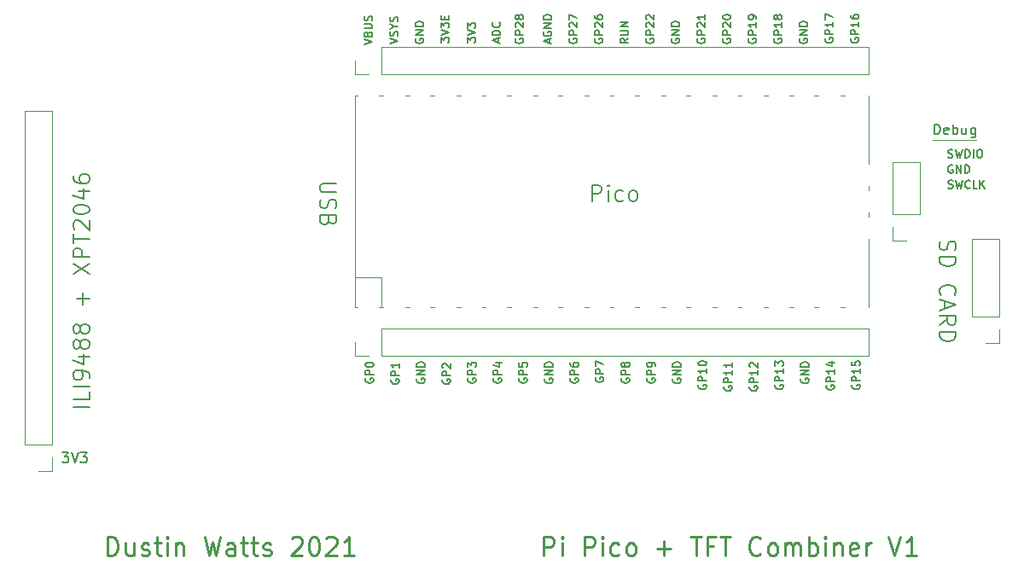
<source format=gto>
G04 #@! TF.GenerationSoftware,KiCad,Pcbnew,(5.1.6-0)*
G04 #@! TF.CreationDate,2021-05-18T08:24:55+02:00*
G04 #@! TF.ProjectId,Pico_TFT_combiner,5069636f-5f54-4465-945f-636f6d62696e,rev?*
G04 #@! TF.SameCoordinates,Original*
G04 #@! TF.FileFunction,Legend,Top*
G04 #@! TF.FilePolarity,Positive*
%FSLAX46Y46*%
G04 Gerber Fmt 4.6, Leading zero omitted, Abs format (unit mm)*
G04 Created by KiCad (PCBNEW (5.1.6-0)) date 2021-05-18 08:24:55*
%MOMM*%
%LPD*%
G01*
G04 APERTURE LIST*
%ADD10C,0.150000*%
%ADD11C,0.200000*%
%ADD12C,0.240000*%
%ADD13C,0.120000*%
G04 APERTURE END LIST*
D10*
X86201404Y-87153500D02*
X86820452Y-87153500D01*
X86487119Y-87534453D01*
X86629976Y-87534453D01*
X86725214Y-87582072D01*
X86772833Y-87629691D01*
X86820452Y-87724929D01*
X86820452Y-87963024D01*
X86772833Y-88058262D01*
X86725214Y-88105881D01*
X86629976Y-88153500D01*
X86344261Y-88153500D01*
X86249023Y-88105881D01*
X86201404Y-88058262D01*
X87106166Y-87153500D02*
X87439500Y-88153500D01*
X87772833Y-87153500D01*
X88010928Y-87153500D02*
X88629976Y-87153500D01*
X88296642Y-87534453D01*
X88439500Y-87534453D01*
X88534738Y-87582072D01*
X88582357Y-87629691D01*
X88629976Y-87724929D01*
X88629976Y-87963024D01*
X88582357Y-88058262D01*
X88534738Y-88105881D01*
X88439500Y-88153500D01*
X88153785Y-88153500D01*
X88058547Y-88105881D01*
X88010928Y-88058262D01*
D11*
X113388030Y-60421772D02*
X112092792Y-60421772D01*
X111940411Y-60497962D01*
X111864220Y-60574153D01*
X111788030Y-60726534D01*
X111788030Y-61031296D01*
X111864220Y-61183677D01*
X111940411Y-61259867D01*
X112092792Y-61336058D01*
X113388030Y-61336058D01*
X111864220Y-62021772D02*
X111788030Y-62250343D01*
X111788030Y-62631296D01*
X111864220Y-62783677D01*
X111940411Y-62859867D01*
X112092792Y-62936058D01*
X112245173Y-62936058D01*
X112397554Y-62859867D01*
X112473744Y-62783677D01*
X112549935Y-62631296D01*
X112626125Y-62326534D01*
X112702316Y-62174153D01*
X112778506Y-62097962D01*
X112930887Y-62021772D01*
X113083268Y-62021772D01*
X113235649Y-62097962D01*
X113311840Y-62174153D01*
X113388030Y-62326534D01*
X113388030Y-62707486D01*
X113311840Y-62936058D01*
X112626125Y-64155105D02*
X112549935Y-64383677D01*
X112473744Y-64459867D01*
X112321363Y-64536058D01*
X112092792Y-64536058D01*
X111940411Y-64459867D01*
X111864220Y-64383677D01*
X111788030Y-64231296D01*
X111788030Y-63621772D01*
X113388030Y-63621772D01*
X113388030Y-64155105D01*
X113311840Y-64307486D01*
X113235649Y-64383677D01*
X113083268Y-64459867D01*
X112930887Y-64459867D01*
X112778506Y-64383677D01*
X112702316Y-64307486D01*
X112626125Y-64155105D01*
X112626125Y-63621772D01*
X138760476Y-62191809D02*
X138760476Y-60591809D01*
X139370000Y-60591809D01*
X139522380Y-60668000D01*
X139598571Y-60744190D01*
X139674761Y-60896571D01*
X139674761Y-61125142D01*
X139598571Y-61277523D01*
X139522380Y-61353714D01*
X139370000Y-61429904D01*
X138760476Y-61429904D01*
X140360476Y-62191809D02*
X140360476Y-61125142D01*
X140360476Y-60591809D02*
X140284285Y-60668000D01*
X140360476Y-60744190D01*
X140436666Y-60668000D01*
X140360476Y-60591809D01*
X140360476Y-60744190D01*
X141808095Y-62115619D02*
X141655714Y-62191809D01*
X141350952Y-62191809D01*
X141198571Y-62115619D01*
X141122380Y-62039428D01*
X141046190Y-61887047D01*
X141046190Y-61429904D01*
X141122380Y-61277523D01*
X141198571Y-61201333D01*
X141350952Y-61125142D01*
X141655714Y-61125142D01*
X141808095Y-61201333D01*
X142722380Y-62191809D02*
X142570000Y-62115619D01*
X142493809Y-62039428D01*
X142417619Y-61887047D01*
X142417619Y-61429904D01*
X142493809Y-61277523D01*
X142570000Y-61201333D01*
X142722380Y-61125142D01*
X142950952Y-61125142D01*
X143103333Y-61201333D01*
X143179523Y-61277523D01*
X143255714Y-61429904D01*
X143255714Y-61887047D01*
X143179523Y-62039428D01*
X143103333Y-62115619D01*
X142950952Y-62191809D01*
X142722380Y-62191809D01*
D12*
X90698571Y-97334285D02*
X90698571Y-95534285D01*
X91127142Y-95534285D01*
X91384285Y-95620000D01*
X91555714Y-95791428D01*
X91641428Y-95962857D01*
X91727142Y-96305714D01*
X91727142Y-96562857D01*
X91641428Y-96905714D01*
X91555714Y-97077142D01*
X91384285Y-97248571D01*
X91127142Y-97334285D01*
X90698571Y-97334285D01*
X93270000Y-96134285D02*
X93270000Y-97334285D01*
X92498571Y-96134285D02*
X92498571Y-97077142D01*
X92584285Y-97248571D01*
X92755714Y-97334285D01*
X93012857Y-97334285D01*
X93184285Y-97248571D01*
X93270000Y-97162857D01*
X94041428Y-97248571D02*
X94212857Y-97334285D01*
X94555714Y-97334285D01*
X94727142Y-97248571D01*
X94812857Y-97077142D01*
X94812857Y-96991428D01*
X94727142Y-96820000D01*
X94555714Y-96734285D01*
X94298571Y-96734285D01*
X94127142Y-96648571D01*
X94041428Y-96477142D01*
X94041428Y-96391428D01*
X94127142Y-96220000D01*
X94298571Y-96134285D01*
X94555714Y-96134285D01*
X94727142Y-96220000D01*
X95327142Y-96134285D02*
X96012857Y-96134285D01*
X95584285Y-95534285D02*
X95584285Y-97077142D01*
X95670000Y-97248571D01*
X95841428Y-97334285D01*
X96012857Y-97334285D01*
X96612857Y-97334285D02*
X96612857Y-96134285D01*
X96612857Y-95534285D02*
X96527142Y-95620000D01*
X96612857Y-95705714D01*
X96698571Y-95620000D01*
X96612857Y-95534285D01*
X96612857Y-95705714D01*
X97470000Y-96134285D02*
X97470000Y-97334285D01*
X97470000Y-96305714D02*
X97555714Y-96220000D01*
X97727142Y-96134285D01*
X97984285Y-96134285D01*
X98155714Y-96220000D01*
X98241428Y-96391428D01*
X98241428Y-97334285D01*
X100298571Y-95534285D02*
X100727142Y-97334285D01*
X101070000Y-96048571D01*
X101412857Y-97334285D01*
X101841428Y-95534285D01*
X103298571Y-97334285D02*
X103298571Y-96391428D01*
X103212857Y-96220000D01*
X103041428Y-96134285D01*
X102698571Y-96134285D01*
X102527142Y-96220000D01*
X103298571Y-97248571D02*
X103127142Y-97334285D01*
X102698571Y-97334285D01*
X102527142Y-97248571D01*
X102441428Y-97077142D01*
X102441428Y-96905714D01*
X102527142Y-96734285D01*
X102698571Y-96648571D01*
X103127142Y-96648571D01*
X103298571Y-96562857D01*
X103898571Y-96134285D02*
X104584285Y-96134285D01*
X104155714Y-95534285D02*
X104155714Y-97077142D01*
X104241428Y-97248571D01*
X104412857Y-97334285D01*
X104584285Y-97334285D01*
X104927142Y-96134285D02*
X105612857Y-96134285D01*
X105184285Y-95534285D02*
X105184285Y-97077142D01*
X105270000Y-97248571D01*
X105441428Y-97334285D01*
X105612857Y-97334285D01*
X106127142Y-97248571D02*
X106298571Y-97334285D01*
X106641428Y-97334285D01*
X106812857Y-97248571D01*
X106898571Y-97077142D01*
X106898571Y-96991428D01*
X106812857Y-96820000D01*
X106641428Y-96734285D01*
X106384285Y-96734285D01*
X106212857Y-96648571D01*
X106127142Y-96477142D01*
X106127142Y-96391428D01*
X106212857Y-96220000D01*
X106384285Y-96134285D01*
X106641428Y-96134285D01*
X106812857Y-96220000D01*
X108955714Y-95705714D02*
X109041428Y-95620000D01*
X109212857Y-95534285D01*
X109641428Y-95534285D01*
X109812857Y-95620000D01*
X109898571Y-95705714D01*
X109984285Y-95877142D01*
X109984285Y-96048571D01*
X109898571Y-96305714D01*
X108870000Y-97334285D01*
X109984285Y-97334285D01*
X111098571Y-95534285D02*
X111270000Y-95534285D01*
X111441428Y-95620000D01*
X111527142Y-95705714D01*
X111612857Y-95877142D01*
X111698571Y-96220000D01*
X111698571Y-96648571D01*
X111612857Y-96991428D01*
X111527142Y-97162857D01*
X111441428Y-97248571D01*
X111270000Y-97334285D01*
X111098571Y-97334285D01*
X110927142Y-97248571D01*
X110841428Y-97162857D01*
X110755714Y-96991428D01*
X110670000Y-96648571D01*
X110670000Y-96220000D01*
X110755714Y-95877142D01*
X110841428Y-95705714D01*
X110927142Y-95620000D01*
X111098571Y-95534285D01*
X112384285Y-95705714D02*
X112470000Y-95620000D01*
X112641428Y-95534285D01*
X113070000Y-95534285D01*
X113241428Y-95620000D01*
X113327142Y-95705714D01*
X113412857Y-95877142D01*
X113412857Y-96048571D01*
X113327142Y-96305714D01*
X112298571Y-97334285D01*
X113412857Y-97334285D01*
X115127142Y-97334285D02*
X114098571Y-97334285D01*
X114612857Y-97334285D02*
X114612857Y-95534285D01*
X114441428Y-95791428D01*
X114270000Y-95962857D01*
X114098571Y-96048571D01*
X133971428Y-97334285D02*
X133971428Y-95534285D01*
X134657142Y-95534285D01*
X134828571Y-95620000D01*
X134914285Y-95705714D01*
X135000000Y-95877142D01*
X135000000Y-96134285D01*
X134914285Y-96305714D01*
X134828571Y-96391428D01*
X134657142Y-96477142D01*
X133971428Y-96477142D01*
X135771428Y-97334285D02*
X135771428Y-96134285D01*
X135771428Y-95534285D02*
X135685714Y-95620000D01*
X135771428Y-95705714D01*
X135857142Y-95620000D01*
X135771428Y-95534285D01*
X135771428Y-95705714D01*
X138000000Y-97334285D02*
X138000000Y-95534285D01*
X138685714Y-95534285D01*
X138857142Y-95620000D01*
X138942857Y-95705714D01*
X139028571Y-95877142D01*
X139028571Y-96134285D01*
X138942857Y-96305714D01*
X138857142Y-96391428D01*
X138685714Y-96477142D01*
X138000000Y-96477142D01*
X139800000Y-97334285D02*
X139800000Y-96134285D01*
X139800000Y-95534285D02*
X139714285Y-95620000D01*
X139800000Y-95705714D01*
X139885714Y-95620000D01*
X139800000Y-95534285D01*
X139800000Y-95705714D01*
X141428571Y-97248571D02*
X141257142Y-97334285D01*
X140914285Y-97334285D01*
X140742857Y-97248571D01*
X140657142Y-97162857D01*
X140571428Y-96991428D01*
X140571428Y-96477142D01*
X140657142Y-96305714D01*
X140742857Y-96220000D01*
X140914285Y-96134285D01*
X141257142Y-96134285D01*
X141428571Y-96220000D01*
X142457142Y-97334285D02*
X142285714Y-97248571D01*
X142200000Y-97162857D01*
X142114285Y-96991428D01*
X142114285Y-96477142D01*
X142200000Y-96305714D01*
X142285714Y-96220000D01*
X142457142Y-96134285D01*
X142714285Y-96134285D01*
X142885714Y-96220000D01*
X142971428Y-96305714D01*
X143057142Y-96477142D01*
X143057142Y-96991428D01*
X142971428Y-97162857D01*
X142885714Y-97248571D01*
X142714285Y-97334285D01*
X142457142Y-97334285D01*
X145200000Y-96648571D02*
X146571428Y-96648571D01*
X145885714Y-97334285D02*
X145885714Y-95962857D01*
X148542857Y-95534285D02*
X149571428Y-95534285D01*
X149057142Y-97334285D02*
X149057142Y-95534285D01*
X150771428Y-96391428D02*
X150171428Y-96391428D01*
X150171428Y-97334285D02*
X150171428Y-95534285D01*
X151028571Y-95534285D01*
X151457142Y-95534285D02*
X152485714Y-95534285D01*
X151971428Y-97334285D02*
X151971428Y-95534285D01*
X155485714Y-97162857D02*
X155400000Y-97248571D01*
X155142857Y-97334285D01*
X154971428Y-97334285D01*
X154714285Y-97248571D01*
X154542857Y-97077142D01*
X154457142Y-96905714D01*
X154371428Y-96562857D01*
X154371428Y-96305714D01*
X154457142Y-95962857D01*
X154542857Y-95791428D01*
X154714285Y-95620000D01*
X154971428Y-95534285D01*
X155142857Y-95534285D01*
X155400000Y-95620000D01*
X155485714Y-95705714D01*
X156514285Y-97334285D02*
X156342857Y-97248571D01*
X156257142Y-97162857D01*
X156171428Y-96991428D01*
X156171428Y-96477142D01*
X156257142Y-96305714D01*
X156342857Y-96220000D01*
X156514285Y-96134285D01*
X156771428Y-96134285D01*
X156942857Y-96220000D01*
X157028571Y-96305714D01*
X157114285Y-96477142D01*
X157114285Y-96991428D01*
X157028571Y-97162857D01*
X156942857Y-97248571D01*
X156771428Y-97334285D01*
X156514285Y-97334285D01*
X157885714Y-97334285D02*
X157885714Y-96134285D01*
X157885714Y-96305714D02*
X157971428Y-96220000D01*
X158142857Y-96134285D01*
X158400000Y-96134285D01*
X158571428Y-96220000D01*
X158657142Y-96391428D01*
X158657142Y-97334285D01*
X158657142Y-96391428D02*
X158742857Y-96220000D01*
X158914285Y-96134285D01*
X159171428Y-96134285D01*
X159342857Y-96220000D01*
X159428571Y-96391428D01*
X159428571Y-97334285D01*
X160285714Y-97334285D02*
X160285714Y-95534285D01*
X160285714Y-96220000D02*
X160457142Y-96134285D01*
X160800000Y-96134285D01*
X160971428Y-96220000D01*
X161057142Y-96305714D01*
X161142857Y-96477142D01*
X161142857Y-96991428D01*
X161057142Y-97162857D01*
X160971428Y-97248571D01*
X160800000Y-97334285D01*
X160457142Y-97334285D01*
X160285714Y-97248571D01*
X161914285Y-97334285D02*
X161914285Y-96134285D01*
X161914285Y-95534285D02*
X161828571Y-95620000D01*
X161914285Y-95705714D01*
X162000000Y-95620000D01*
X161914285Y-95534285D01*
X161914285Y-95705714D01*
X162771428Y-96134285D02*
X162771428Y-97334285D01*
X162771428Y-96305714D02*
X162857142Y-96220000D01*
X163028571Y-96134285D01*
X163285714Y-96134285D01*
X163457142Y-96220000D01*
X163542857Y-96391428D01*
X163542857Y-97334285D01*
X165085714Y-97248571D02*
X164914285Y-97334285D01*
X164571428Y-97334285D01*
X164400000Y-97248571D01*
X164314285Y-97077142D01*
X164314285Y-96391428D01*
X164400000Y-96220000D01*
X164571428Y-96134285D01*
X164914285Y-96134285D01*
X165085714Y-96220000D01*
X165171428Y-96391428D01*
X165171428Y-96562857D01*
X164314285Y-96734285D01*
X165942857Y-97334285D02*
X165942857Y-96134285D01*
X165942857Y-96477142D02*
X166028571Y-96305714D01*
X166114285Y-96220000D01*
X166285714Y-96134285D01*
X166457142Y-96134285D01*
X168171428Y-95534285D02*
X168771428Y-97334285D01*
X169371428Y-95534285D01*
X170914285Y-97334285D02*
X169885714Y-97334285D01*
X170400000Y-97334285D02*
X170400000Y-95534285D01*
X170228571Y-95791428D01*
X170057142Y-95962857D01*
X169885714Y-96048571D01*
D13*
X172593000Y-56134000D02*
X176911000Y-56134000D01*
D10*
X172704380Y-55570380D02*
X172704380Y-54570380D01*
X172942476Y-54570380D01*
X173085333Y-54618000D01*
X173180571Y-54713238D01*
X173228190Y-54808476D01*
X173275809Y-54998952D01*
X173275809Y-55141809D01*
X173228190Y-55332285D01*
X173180571Y-55427523D01*
X173085333Y-55522761D01*
X172942476Y-55570380D01*
X172704380Y-55570380D01*
X174085333Y-55522761D02*
X173990095Y-55570380D01*
X173799619Y-55570380D01*
X173704380Y-55522761D01*
X173656761Y-55427523D01*
X173656761Y-55046571D01*
X173704380Y-54951333D01*
X173799619Y-54903714D01*
X173990095Y-54903714D01*
X174085333Y-54951333D01*
X174132952Y-55046571D01*
X174132952Y-55141809D01*
X173656761Y-55237047D01*
X174561523Y-55570380D02*
X174561523Y-54570380D01*
X174561523Y-54951333D02*
X174656761Y-54903714D01*
X174847238Y-54903714D01*
X174942476Y-54951333D01*
X174990095Y-54998952D01*
X175037714Y-55094190D01*
X175037714Y-55379904D01*
X174990095Y-55475142D01*
X174942476Y-55522761D01*
X174847238Y-55570380D01*
X174656761Y-55570380D01*
X174561523Y-55522761D01*
X175894857Y-54903714D02*
X175894857Y-55570380D01*
X175466285Y-54903714D02*
X175466285Y-55427523D01*
X175513904Y-55522761D01*
X175609142Y-55570380D01*
X175752000Y-55570380D01*
X175847238Y-55522761D01*
X175894857Y-55475142D01*
X176799619Y-54903714D02*
X176799619Y-55713238D01*
X176752000Y-55808476D01*
X176704380Y-55856095D01*
X176609142Y-55903714D01*
X176466285Y-55903714D01*
X176371047Y-55856095D01*
X176799619Y-55522761D02*
X176704380Y-55570380D01*
X176513904Y-55570380D01*
X176418666Y-55522761D01*
X176371047Y-55475142D01*
X176323428Y-55379904D01*
X176323428Y-55094190D01*
X176371047Y-54998952D01*
X176418666Y-54951333D01*
X176513904Y-54903714D01*
X176704380Y-54903714D01*
X176799619Y-54951333D01*
D11*
X88861809Y-82624761D02*
X87261809Y-82624761D01*
X88861809Y-81100952D02*
X88861809Y-81862857D01*
X87261809Y-81862857D01*
X88861809Y-80567619D02*
X87261809Y-80567619D01*
X88861809Y-79729523D02*
X88861809Y-79424761D01*
X88785619Y-79272380D01*
X88709428Y-79196190D01*
X88480857Y-79043809D01*
X88176095Y-78967619D01*
X87566571Y-78967619D01*
X87414190Y-79043809D01*
X87338000Y-79120000D01*
X87261809Y-79272380D01*
X87261809Y-79577142D01*
X87338000Y-79729523D01*
X87414190Y-79805714D01*
X87566571Y-79881904D01*
X87947523Y-79881904D01*
X88099904Y-79805714D01*
X88176095Y-79729523D01*
X88252285Y-79577142D01*
X88252285Y-79272380D01*
X88176095Y-79120000D01*
X88099904Y-79043809D01*
X87947523Y-78967619D01*
X87795142Y-77596190D02*
X88861809Y-77596190D01*
X87185619Y-77977142D02*
X88328476Y-78358095D01*
X88328476Y-77367619D01*
X87947523Y-76529523D02*
X87871333Y-76681904D01*
X87795142Y-76758095D01*
X87642761Y-76834285D01*
X87566571Y-76834285D01*
X87414190Y-76758095D01*
X87338000Y-76681904D01*
X87261809Y-76529523D01*
X87261809Y-76224761D01*
X87338000Y-76072380D01*
X87414190Y-75996190D01*
X87566571Y-75920000D01*
X87642761Y-75920000D01*
X87795142Y-75996190D01*
X87871333Y-76072380D01*
X87947523Y-76224761D01*
X87947523Y-76529523D01*
X88023714Y-76681904D01*
X88099904Y-76758095D01*
X88252285Y-76834285D01*
X88557047Y-76834285D01*
X88709428Y-76758095D01*
X88785619Y-76681904D01*
X88861809Y-76529523D01*
X88861809Y-76224761D01*
X88785619Y-76072380D01*
X88709428Y-75996190D01*
X88557047Y-75920000D01*
X88252285Y-75920000D01*
X88099904Y-75996190D01*
X88023714Y-76072380D01*
X87947523Y-76224761D01*
X87947523Y-75005714D02*
X87871333Y-75158095D01*
X87795142Y-75234285D01*
X87642761Y-75310476D01*
X87566571Y-75310476D01*
X87414190Y-75234285D01*
X87338000Y-75158095D01*
X87261809Y-75005714D01*
X87261809Y-74700952D01*
X87338000Y-74548571D01*
X87414190Y-74472380D01*
X87566571Y-74396190D01*
X87642761Y-74396190D01*
X87795142Y-74472380D01*
X87871333Y-74548571D01*
X87947523Y-74700952D01*
X87947523Y-75005714D01*
X88023714Y-75158095D01*
X88099904Y-75234285D01*
X88252285Y-75310476D01*
X88557047Y-75310476D01*
X88709428Y-75234285D01*
X88785619Y-75158095D01*
X88861809Y-75005714D01*
X88861809Y-74700952D01*
X88785619Y-74548571D01*
X88709428Y-74472380D01*
X88557047Y-74396190D01*
X88252285Y-74396190D01*
X88099904Y-74472380D01*
X88023714Y-74548571D01*
X87947523Y-74700952D01*
X88252285Y-72491428D02*
X88252285Y-71272380D01*
X88861809Y-71881904D02*
X87642761Y-71881904D01*
X87261809Y-69443809D02*
X88861809Y-68377142D01*
X87261809Y-68377142D02*
X88861809Y-69443809D01*
X88861809Y-67767619D02*
X87261809Y-67767619D01*
X87261809Y-67158095D01*
X87338000Y-67005714D01*
X87414190Y-66929523D01*
X87566571Y-66853333D01*
X87795142Y-66853333D01*
X87947523Y-66929523D01*
X88023714Y-67005714D01*
X88099904Y-67158095D01*
X88099904Y-67767619D01*
X87261809Y-66396190D02*
X87261809Y-65481904D01*
X88861809Y-65939047D02*
X87261809Y-65939047D01*
X87414190Y-65024761D02*
X87338000Y-64948571D01*
X87261809Y-64796190D01*
X87261809Y-64415238D01*
X87338000Y-64262857D01*
X87414190Y-64186666D01*
X87566571Y-64110476D01*
X87718952Y-64110476D01*
X87947523Y-64186666D01*
X88861809Y-65100952D01*
X88861809Y-64110476D01*
X87261809Y-63120000D02*
X87261809Y-62967619D01*
X87338000Y-62815238D01*
X87414190Y-62739047D01*
X87566571Y-62662857D01*
X87871333Y-62586666D01*
X88252285Y-62586666D01*
X88557047Y-62662857D01*
X88709428Y-62739047D01*
X88785619Y-62815238D01*
X88861809Y-62967619D01*
X88861809Y-63120000D01*
X88785619Y-63272380D01*
X88709428Y-63348571D01*
X88557047Y-63424761D01*
X88252285Y-63500952D01*
X87871333Y-63500952D01*
X87566571Y-63424761D01*
X87414190Y-63348571D01*
X87338000Y-63272380D01*
X87261809Y-63120000D01*
X87795142Y-61215238D02*
X88861809Y-61215238D01*
X87185619Y-61596190D02*
X88328476Y-61977142D01*
X88328476Y-60986666D01*
X87261809Y-59691428D02*
X87261809Y-59996190D01*
X87338000Y-60148571D01*
X87414190Y-60224761D01*
X87642761Y-60377142D01*
X87947523Y-60453333D01*
X88557047Y-60453333D01*
X88709428Y-60377142D01*
X88785619Y-60300952D01*
X88861809Y-60148571D01*
X88861809Y-59843809D01*
X88785619Y-59691428D01*
X88709428Y-59615238D01*
X88557047Y-59539047D01*
X88176095Y-59539047D01*
X88023714Y-59615238D01*
X87947523Y-59691428D01*
X87871333Y-59843809D01*
X87871333Y-60148571D01*
X87947523Y-60300952D01*
X88023714Y-60377142D01*
X88176095Y-60453333D01*
X173342380Y-66167619D02*
X173266190Y-66396190D01*
X173266190Y-66777142D01*
X173342380Y-66929523D01*
X173418571Y-67005714D01*
X173570952Y-67081904D01*
X173723333Y-67081904D01*
X173875714Y-67005714D01*
X173951904Y-66929523D01*
X174028095Y-66777142D01*
X174104285Y-66472380D01*
X174180476Y-66320000D01*
X174256666Y-66243809D01*
X174409047Y-66167619D01*
X174561428Y-66167619D01*
X174713809Y-66243809D01*
X174790000Y-66320000D01*
X174866190Y-66472380D01*
X174866190Y-66853333D01*
X174790000Y-67081904D01*
X173266190Y-67767619D02*
X174866190Y-67767619D01*
X174866190Y-68148571D01*
X174790000Y-68377142D01*
X174637619Y-68529523D01*
X174485238Y-68605714D01*
X174180476Y-68681904D01*
X173951904Y-68681904D01*
X173647142Y-68605714D01*
X173494761Y-68529523D01*
X173342380Y-68377142D01*
X173266190Y-68148571D01*
X173266190Y-67767619D01*
X173418571Y-71500952D02*
X173342380Y-71424761D01*
X173266190Y-71196190D01*
X173266190Y-71043809D01*
X173342380Y-70815238D01*
X173494761Y-70662857D01*
X173647142Y-70586666D01*
X173951904Y-70510476D01*
X174180476Y-70510476D01*
X174485238Y-70586666D01*
X174637619Y-70662857D01*
X174790000Y-70815238D01*
X174866190Y-71043809D01*
X174866190Y-71196190D01*
X174790000Y-71424761D01*
X174713809Y-71500952D01*
X173723333Y-72110476D02*
X173723333Y-72872380D01*
X173266190Y-71958095D02*
X174866190Y-72491428D01*
X173266190Y-73024761D01*
X173266190Y-74472380D02*
X174028095Y-73939047D01*
X173266190Y-73558095D02*
X174866190Y-73558095D01*
X174866190Y-74167619D01*
X174790000Y-74320000D01*
X174713809Y-74396190D01*
X174561428Y-74472380D01*
X174332857Y-74472380D01*
X174180476Y-74396190D01*
X174104285Y-74320000D01*
X174028095Y-74167619D01*
X174028095Y-73558095D01*
X173266190Y-75158095D02*
X174866190Y-75158095D01*
X174866190Y-75539047D01*
X174790000Y-75767619D01*
X174637619Y-75920000D01*
X174485238Y-75996190D01*
X174180476Y-76072380D01*
X173951904Y-76072380D01*
X173647142Y-75996190D01*
X173494761Y-75920000D01*
X173342380Y-75767619D01*
X173266190Y-75539047D01*
X173266190Y-75158095D01*
D10*
X174523476Y-58655000D02*
X174447285Y-58616904D01*
X174333000Y-58616904D01*
X174218714Y-58655000D01*
X174142523Y-58731190D01*
X174104428Y-58807380D01*
X174066333Y-58959761D01*
X174066333Y-59074047D01*
X174104428Y-59226428D01*
X174142523Y-59302619D01*
X174218714Y-59378809D01*
X174333000Y-59416904D01*
X174409190Y-59416904D01*
X174523476Y-59378809D01*
X174561571Y-59340714D01*
X174561571Y-59074047D01*
X174409190Y-59074047D01*
X174904428Y-59416904D02*
X174904428Y-58616904D01*
X175361571Y-59416904D01*
X175361571Y-58616904D01*
X175742523Y-59416904D02*
X175742523Y-58616904D01*
X175933000Y-58616904D01*
X176047285Y-58655000D01*
X176123476Y-58731190D01*
X176161571Y-58807380D01*
X176199666Y-58959761D01*
X176199666Y-59074047D01*
X176161571Y-59226428D01*
X176123476Y-59302619D01*
X176047285Y-59378809D01*
X175933000Y-59416904D01*
X175742523Y-59416904D01*
D13*
X171256000Y-63500000D02*
X168596000Y-63500000D01*
X171256000Y-63500000D02*
X171256000Y-58360000D01*
X171256000Y-58360000D02*
X168596000Y-58360000D01*
X168596000Y-63500000D02*
X168596000Y-58360000D01*
X168596000Y-66100000D02*
X168596000Y-64770000D01*
X169926000Y-66100000D02*
X168596000Y-66100000D01*
X85150000Y-53280000D02*
X82490000Y-53280000D01*
X85150000Y-86360000D02*
X85150000Y-53280000D01*
X82490000Y-86360000D02*
X82490000Y-53280000D01*
X85150000Y-86360000D02*
X82490000Y-86360000D01*
X85150000Y-87630000D02*
X85150000Y-88960000D01*
X85150000Y-88960000D02*
X83820000Y-88960000D01*
X115256000Y-77530000D02*
X115256000Y-76200000D01*
X116586000Y-77530000D02*
X115256000Y-77530000D01*
X117856000Y-77530000D02*
X117856000Y-74870000D01*
X117856000Y-74870000D02*
X166176000Y-74870000D01*
X117856000Y-77530000D02*
X166176000Y-77530000D01*
X166176000Y-77530000D02*
X166176000Y-74870000D01*
X166176000Y-49590000D02*
X166176000Y-46930000D01*
X117856000Y-49590000D02*
X166176000Y-49590000D01*
X117856000Y-46930000D02*
X166176000Y-46930000D01*
X117856000Y-49590000D02*
X117856000Y-46930000D01*
X116586000Y-49590000D02*
X115256000Y-49590000D01*
X115256000Y-49590000D02*
X115256000Y-48260000D01*
X166216000Y-61130000D02*
X166216000Y-60730000D01*
X166216000Y-63730000D02*
X166216000Y-63330000D01*
X166216000Y-51730000D02*
X166216000Y-58530000D01*
X155816000Y-51730000D02*
X156216000Y-51730000D01*
X148116000Y-51730000D02*
X148516000Y-51730000D01*
X122716000Y-51730000D02*
X123116000Y-51730000D01*
X115216000Y-51730000D02*
X115516000Y-51730000D01*
X138016000Y-51730000D02*
X138416000Y-51730000D01*
X153216000Y-51730000D02*
X153616000Y-51730000D01*
X132916000Y-51730000D02*
X133316000Y-51730000D01*
X127816000Y-51730000D02*
X128216000Y-51730000D01*
X140516000Y-51730000D02*
X140916000Y-51730000D01*
X145616000Y-51730000D02*
X146016000Y-51730000D01*
X160816000Y-51730000D02*
X161216000Y-51730000D01*
X163416000Y-51730000D02*
X163816000Y-51730000D01*
X158316000Y-51730000D02*
X158716000Y-51730000D01*
X125316000Y-51730000D02*
X125716000Y-51730000D01*
X117616000Y-51730000D02*
X118016000Y-51730000D01*
X120216000Y-51730000D02*
X120616000Y-51730000D01*
X150716000Y-51730000D02*
X151116000Y-51730000D01*
X143016000Y-51730000D02*
X143416000Y-51730000D01*
X135416000Y-51730000D02*
X135816000Y-51730000D01*
X130316000Y-51730000D02*
X130716000Y-51730000D01*
X163416000Y-72730000D02*
X163816000Y-72730000D01*
X160816000Y-72730000D02*
X161216000Y-72730000D01*
X158316000Y-72730000D02*
X158716000Y-72730000D01*
X155816000Y-72730000D02*
X156216000Y-72730000D01*
X153216000Y-72730000D02*
X153616000Y-72730000D01*
X150716000Y-72730000D02*
X151116000Y-72730000D01*
X148116000Y-72730000D02*
X148516000Y-72730000D01*
X145616000Y-72730000D02*
X146016000Y-72730000D01*
X143016000Y-72730000D02*
X143416000Y-72730000D01*
X140516000Y-72730000D02*
X140916000Y-72730000D01*
X138016000Y-72730000D02*
X138416000Y-72730000D01*
X135416000Y-72730000D02*
X135816000Y-72730000D01*
X132916000Y-72730000D02*
X133316000Y-72730000D01*
X130316000Y-72730000D02*
X130716000Y-72730000D01*
X127816000Y-72730000D02*
X128216000Y-72730000D01*
X125316000Y-72730000D02*
X125716000Y-72730000D01*
X122716000Y-72730000D02*
X123116000Y-72730000D01*
X120216000Y-72730000D02*
X120616000Y-72730000D01*
X117616000Y-72730000D02*
X118016000Y-72730000D01*
X115216000Y-72730000D02*
X115516000Y-72730000D01*
X117883000Y-69723000D02*
X115216000Y-69723000D01*
X117883000Y-72730000D02*
X117883000Y-69723000D01*
X166216000Y-65930000D02*
X166216000Y-72730000D01*
X115216000Y-72730000D02*
X115216000Y-51730000D01*
X179130000Y-76260000D02*
X177800000Y-76260000D01*
X179130000Y-74930000D02*
X179130000Y-76260000D01*
X179130000Y-73660000D02*
X176470000Y-73660000D01*
X176470000Y-73660000D02*
X176470000Y-65980000D01*
X179130000Y-73660000D02*
X179130000Y-65980000D01*
X179130000Y-65980000D02*
X176470000Y-65980000D01*
D10*
X118843000Y-79892428D02*
X118804904Y-79968619D01*
X118804904Y-80082904D01*
X118843000Y-80197190D01*
X118919190Y-80273380D01*
X118995380Y-80311476D01*
X119147761Y-80349571D01*
X119262047Y-80349571D01*
X119414428Y-80311476D01*
X119490619Y-80273380D01*
X119566809Y-80197190D01*
X119604904Y-80082904D01*
X119604904Y-80006714D01*
X119566809Y-79892428D01*
X119528714Y-79854333D01*
X119262047Y-79854333D01*
X119262047Y-80006714D01*
X119604904Y-79511476D02*
X118804904Y-79511476D01*
X118804904Y-79206714D01*
X118843000Y-79130523D01*
X118881095Y-79092428D01*
X118957285Y-79054333D01*
X119071571Y-79054333D01*
X119147761Y-79092428D01*
X119185857Y-79130523D01*
X119223952Y-79206714D01*
X119223952Y-79511476D01*
X119604904Y-78292428D02*
X119604904Y-78749571D01*
X119604904Y-78521000D02*
X118804904Y-78521000D01*
X118919190Y-78597190D01*
X118995380Y-78673380D01*
X119033476Y-78749571D01*
X123933000Y-79892428D02*
X123894904Y-79968619D01*
X123894904Y-80082904D01*
X123933000Y-80197190D01*
X124009190Y-80273380D01*
X124085380Y-80311476D01*
X124237761Y-80349571D01*
X124352047Y-80349571D01*
X124504428Y-80311476D01*
X124580619Y-80273380D01*
X124656809Y-80197190D01*
X124694904Y-80082904D01*
X124694904Y-80006714D01*
X124656809Y-79892428D01*
X124618714Y-79854333D01*
X124352047Y-79854333D01*
X124352047Y-80006714D01*
X124694904Y-79511476D02*
X123894904Y-79511476D01*
X123894904Y-79206714D01*
X123933000Y-79130523D01*
X123971095Y-79092428D01*
X124047285Y-79054333D01*
X124161571Y-79054333D01*
X124237761Y-79092428D01*
X124275857Y-79130523D01*
X124313952Y-79206714D01*
X124313952Y-79511476D01*
X123971095Y-78749571D02*
X123933000Y-78711476D01*
X123894904Y-78635285D01*
X123894904Y-78444809D01*
X123933000Y-78368619D01*
X123971095Y-78330523D01*
X124047285Y-78292428D01*
X124123476Y-78292428D01*
X124237761Y-78330523D01*
X124694904Y-78787666D01*
X124694904Y-78292428D01*
X116313000Y-79792428D02*
X116274904Y-79868619D01*
X116274904Y-79982904D01*
X116313000Y-80097190D01*
X116389190Y-80173380D01*
X116465380Y-80211476D01*
X116617761Y-80249571D01*
X116732047Y-80249571D01*
X116884428Y-80211476D01*
X116960619Y-80173380D01*
X117036809Y-80097190D01*
X117074904Y-79982904D01*
X117074904Y-79906714D01*
X117036809Y-79792428D01*
X116998714Y-79754333D01*
X116732047Y-79754333D01*
X116732047Y-79906714D01*
X117074904Y-79411476D02*
X116274904Y-79411476D01*
X116274904Y-79106714D01*
X116313000Y-79030523D01*
X116351095Y-78992428D01*
X116427285Y-78954333D01*
X116541571Y-78954333D01*
X116617761Y-78992428D01*
X116655857Y-79030523D01*
X116693952Y-79106714D01*
X116693952Y-79411476D01*
X116274904Y-78459095D02*
X116274904Y-78382904D01*
X116313000Y-78306714D01*
X116351095Y-78268619D01*
X116427285Y-78230523D01*
X116579666Y-78192428D01*
X116770142Y-78192428D01*
X116922523Y-78230523D01*
X116998714Y-78268619D01*
X117036809Y-78306714D01*
X117074904Y-78382904D01*
X117074904Y-78459095D01*
X117036809Y-78535285D01*
X116998714Y-78573380D01*
X116922523Y-78611476D01*
X116770142Y-78649571D01*
X116579666Y-78649571D01*
X116427285Y-78611476D01*
X116351095Y-78573380D01*
X116313000Y-78535285D01*
X116274904Y-78459095D01*
X126473000Y-79792428D02*
X126434904Y-79868619D01*
X126434904Y-79982904D01*
X126473000Y-80097190D01*
X126549190Y-80173380D01*
X126625380Y-80211476D01*
X126777761Y-80249571D01*
X126892047Y-80249571D01*
X127044428Y-80211476D01*
X127120619Y-80173380D01*
X127196809Y-80097190D01*
X127234904Y-79982904D01*
X127234904Y-79906714D01*
X127196809Y-79792428D01*
X127158714Y-79754333D01*
X126892047Y-79754333D01*
X126892047Y-79906714D01*
X127234904Y-79411476D02*
X126434904Y-79411476D01*
X126434904Y-79106714D01*
X126473000Y-79030523D01*
X126511095Y-78992428D01*
X126587285Y-78954333D01*
X126701571Y-78954333D01*
X126777761Y-78992428D01*
X126815857Y-79030523D01*
X126853952Y-79106714D01*
X126853952Y-79411476D01*
X126434904Y-78687666D02*
X126434904Y-78192428D01*
X126739666Y-78459095D01*
X126739666Y-78344809D01*
X126777761Y-78268619D01*
X126815857Y-78230523D01*
X126892047Y-78192428D01*
X127082523Y-78192428D01*
X127158714Y-78230523D01*
X127196809Y-78268619D01*
X127234904Y-78344809D01*
X127234904Y-78573380D01*
X127196809Y-78649571D01*
X127158714Y-78687666D01*
X129013000Y-79792428D02*
X128974904Y-79868619D01*
X128974904Y-79982904D01*
X129013000Y-80097190D01*
X129089190Y-80173380D01*
X129165380Y-80211476D01*
X129317761Y-80249571D01*
X129432047Y-80249571D01*
X129584428Y-80211476D01*
X129660619Y-80173380D01*
X129736809Y-80097190D01*
X129774904Y-79982904D01*
X129774904Y-79906714D01*
X129736809Y-79792428D01*
X129698714Y-79754333D01*
X129432047Y-79754333D01*
X129432047Y-79906714D01*
X129774904Y-79411476D02*
X128974904Y-79411476D01*
X128974904Y-79106714D01*
X129013000Y-79030523D01*
X129051095Y-78992428D01*
X129127285Y-78954333D01*
X129241571Y-78954333D01*
X129317761Y-78992428D01*
X129355857Y-79030523D01*
X129393952Y-79106714D01*
X129393952Y-79411476D01*
X129241571Y-78268619D02*
X129774904Y-78268619D01*
X128936809Y-78459095D02*
X129508238Y-78649571D01*
X129508238Y-78154333D01*
X131553000Y-79792428D02*
X131514904Y-79868619D01*
X131514904Y-79982904D01*
X131553000Y-80097190D01*
X131629190Y-80173380D01*
X131705380Y-80211476D01*
X131857761Y-80249571D01*
X131972047Y-80249571D01*
X132124428Y-80211476D01*
X132200619Y-80173380D01*
X132276809Y-80097190D01*
X132314904Y-79982904D01*
X132314904Y-79906714D01*
X132276809Y-79792428D01*
X132238714Y-79754333D01*
X131972047Y-79754333D01*
X131972047Y-79906714D01*
X132314904Y-79411476D02*
X131514904Y-79411476D01*
X131514904Y-79106714D01*
X131553000Y-79030523D01*
X131591095Y-78992428D01*
X131667285Y-78954333D01*
X131781571Y-78954333D01*
X131857761Y-78992428D01*
X131895857Y-79030523D01*
X131933952Y-79106714D01*
X131933952Y-79411476D01*
X131514904Y-78230523D02*
X131514904Y-78611476D01*
X131895857Y-78649571D01*
X131857761Y-78611476D01*
X131819666Y-78535285D01*
X131819666Y-78344809D01*
X131857761Y-78268619D01*
X131895857Y-78230523D01*
X131972047Y-78192428D01*
X132162523Y-78192428D01*
X132238714Y-78230523D01*
X132276809Y-78268619D01*
X132314904Y-78344809D01*
X132314904Y-78535285D01*
X132276809Y-78611476D01*
X132238714Y-78649571D01*
X136633000Y-79792428D02*
X136594904Y-79868619D01*
X136594904Y-79982904D01*
X136633000Y-80097190D01*
X136709190Y-80173380D01*
X136785380Y-80211476D01*
X136937761Y-80249571D01*
X137052047Y-80249571D01*
X137204428Y-80211476D01*
X137280619Y-80173380D01*
X137356809Y-80097190D01*
X137394904Y-79982904D01*
X137394904Y-79906714D01*
X137356809Y-79792428D01*
X137318714Y-79754333D01*
X137052047Y-79754333D01*
X137052047Y-79906714D01*
X137394904Y-79411476D02*
X136594904Y-79411476D01*
X136594904Y-79106714D01*
X136633000Y-79030523D01*
X136671095Y-78992428D01*
X136747285Y-78954333D01*
X136861571Y-78954333D01*
X136937761Y-78992428D01*
X136975857Y-79030523D01*
X137013952Y-79106714D01*
X137013952Y-79411476D01*
X136594904Y-78268619D02*
X136594904Y-78421000D01*
X136633000Y-78497190D01*
X136671095Y-78535285D01*
X136785380Y-78611476D01*
X136937761Y-78649571D01*
X137242523Y-78649571D01*
X137318714Y-78611476D01*
X137356809Y-78573380D01*
X137394904Y-78497190D01*
X137394904Y-78344809D01*
X137356809Y-78268619D01*
X137318714Y-78230523D01*
X137242523Y-78192428D01*
X137052047Y-78192428D01*
X136975857Y-78230523D01*
X136937761Y-78268619D01*
X136899666Y-78344809D01*
X136899666Y-78497190D01*
X136937761Y-78573380D01*
X136975857Y-78611476D01*
X137052047Y-78649571D01*
X139143000Y-79692428D02*
X139104904Y-79768619D01*
X139104904Y-79882904D01*
X139143000Y-79997190D01*
X139219190Y-80073380D01*
X139295380Y-80111476D01*
X139447761Y-80149571D01*
X139562047Y-80149571D01*
X139714428Y-80111476D01*
X139790619Y-80073380D01*
X139866809Y-79997190D01*
X139904904Y-79882904D01*
X139904904Y-79806714D01*
X139866809Y-79692428D01*
X139828714Y-79654333D01*
X139562047Y-79654333D01*
X139562047Y-79806714D01*
X139904904Y-79311476D02*
X139104904Y-79311476D01*
X139104904Y-79006714D01*
X139143000Y-78930523D01*
X139181095Y-78892428D01*
X139257285Y-78854333D01*
X139371571Y-78854333D01*
X139447761Y-78892428D01*
X139485857Y-78930523D01*
X139523952Y-79006714D01*
X139523952Y-79311476D01*
X139104904Y-78587666D02*
X139104904Y-78054333D01*
X139904904Y-78397190D01*
X141713000Y-79792428D02*
X141674904Y-79868619D01*
X141674904Y-79982904D01*
X141713000Y-80097190D01*
X141789190Y-80173380D01*
X141865380Y-80211476D01*
X142017761Y-80249571D01*
X142132047Y-80249571D01*
X142284428Y-80211476D01*
X142360619Y-80173380D01*
X142436809Y-80097190D01*
X142474904Y-79982904D01*
X142474904Y-79906714D01*
X142436809Y-79792428D01*
X142398714Y-79754333D01*
X142132047Y-79754333D01*
X142132047Y-79906714D01*
X142474904Y-79411476D02*
X141674904Y-79411476D01*
X141674904Y-79106714D01*
X141713000Y-79030523D01*
X141751095Y-78992428D01*
X141827285Y-78954333D01*
X141941571Y-78954333D01*
X142017761Y-78992428D01*
X142055857Y-79030523D01*
X142093952Y-79106714D01*
X142093952Y-79411476D01*
X142017761Y-78497190D02*
X141979666Y-78573380D01*
X141941571Y-78611476D01*
X141865380Y-78649571D01*
X141827285Y-78649571D01*
X141751095Y-78611476D01*
X141713000Y-78573380D01*
X141674904Y-78497190D01*
X141674904Y-78344809D01*
X141713000Y-78268619D01*
X141751095Y-78230523D01*
X141827285Y-78192428D01*
X141865380Y-78192428D01*
X141941571Y-78230523D01*
X141979666Y-78268619D01*
X142017761Y-78344809D01*
X142017761Y-78497190D01*
X142055857Y-78573380D01*
X142093952Y-78611476D01*
X142170142Y-78649571D01*
X142322523Y-78649571D01*
X142398714Y-78611476D01*
X142436809Y-78573380D01*
X142474904Y-78497190D01*
X142474904Y-78344809D01*
X142436809Y-78268619D01*
X142398714Y-78230523D01*
X142322523Y-78192428D01*
X142170142Y-78192428D01*
X142093952Y-78230523D01*
X142055857Y-78268619D01*
X142017761Y-78344809D01*
X144253000Y-79792428D02*
X144214904Y-79868619D01*
X144214904Y-79982904D01*
X144253000Y-80097190D01*
X144329190Y-80173380D01*
X144405380Y-80211476D01*
X144557761Y-80249571D01*
X144672047Y-80249571D01*
X144824428Y-80211476D01*
X144900619Y-80173380D01*
X144976809Y-80097190D01*
X145014904Y-79982904D01*
X145014904Y-79906714D01*
X144976809Y-79792428D01*
X144938714Y-79754333D01*
X144672047Y-79754333D01*
X144672047Y-79906714D01*
X145014904Y-79411476D02*
X144214904Y-79411476D01*
X144214904Y-79106714D01*
X144253000Y-79030523D01*
X144291095Y-78992428D01*
X144367285Y-78954333D01*
X144481571Y-78954333D01*
X144557761Y-78992428D01*
X144595857Y-79030523D01*
X144633952Y-79106714D01*
X144633952Y-79411476D01*
X145014904Y-78573380D02*
X145014904Y-78421000D01*
X144976809Y-78344809D01*
X144938714Y-78306714D01*
X144824428Y-78230523D01*
X144672047Y-78192428D01*
X144367285Y-78192428D01*
X144291095Y-78230523D01*
X144253000Y-78268619D01*
X144214904Y-78344809D01*
X144214904Y-78497190D01*
X144253000Y-78573380D01*
X144291095Y-78611476D01*
X144367285Y-78649571D01*
X144557761Y-78649571D01*
X144633952Y-78611476D01*
X144672047Y-78573380D01*
X144710142Y-78497190D01*
X144710142Y-78344809D01*
X144672047Y-78268619D01*
X144633952Y-78230523D01*
X144557761Y-78192428D01*
X149333000Y-80427380D02*
X149294904Y-80503571D01*
X149294904Y-80617857D01*
X149333000Y-80732142D01*
X149409190Y-80808333D01*
X149485380Y-80846428D01*
X149637761Y-80884523D01*
X149752047Y-80884523D01*
X149904428Y-80846428D01*
X149980619Y-80808333D01*
X150056809Y-80732142D01*
X150094904Y-80617857D01*
X150094904Y-80541666D01*
X150056809Y-80427380D01*
X150018714Y-80389285D01*
X149752047Y-80389285D01*
X149752047Y-80541666D01*
X150094904Y-80046428D02*
X149294904Y-80046428D01*
X149294904Y-79741666D01*
X149333000Y-79665476D01*
X149371095Y-79627380D01*
X149447285Y-79589285D01*
X149561571Y-79589285D01*
X149637761Y-79627380D01*
X149675857Y-79665476D01*
X149713952Y-79741666D01*
X149713952Y-80046428D01*
X150094904Y-78827380D02*
X150094904Y-79284523D01*
X150094904Y-79055952D02*
X149294904Y-79055952D01*
X149409190Y-79132142D01*
X149485380Y-79208333D01*
X149523476Y-79284523D01*
X149294904Y-78332142D02*
X149294904Y-78255952D01*
X149333000Y-78179761D01*
X149371095Y-78141666D01*
X149447285Y-78103571D01*
X149599666Y-78065476D01*
X149790142Y-78065476D01*
X149942523Y-78103571D01*
X150018714Y-78141666D01*
X150056809Y-78179761D01*
X150094904Y-78255952D01*
X150094904Y-78332142D01*
X150056809Y-78408333D01*
X150018714Y-78446428D01*
X149942523Y-78484523D01*
X149790142Y-78522619D01*
X149599666Y-78522619D01*
X149447285Y-78484523D01*
X149371095Y-78446428D01*
X149333000Y-78408333D01*
X149294904Y-78332142D01*
X151873000Y-80573380D02*
X151834904Y-80649571D01*
X151834904Y-80763857D01*
X151873000Y-80878142D01*
X151949190Y-80954333D01*
X152025380Y-80992428D01*
X152177761Y-81030523D01*
X152292047Y-81030523D01*
X152444428Y-80992428D01*
X152520619Y-80954333D01*
X152596809Y-80878142D01*
X152634904Y-80763857D01*
X152634904Y-80687666D01*
X152596809Y-80573380D01*
X152558714Y-80535285D01*
X152292047Y-80535285D01*
X152292047Y-80687666D01*
X152634904Y-80192428D02*
X151834904Y-80192428D01*
X151834904Y-79887666D01*
X151873000Y-79811476D01*
X151911095Y-79773380D01*
X151987285Y-79735285D01*
X152101571Y-79735285D01*
X152177761Y-79773380D01*
X152215857Y-79811476D01*
X152253952Y-79887666D01*
X152253952Y-80192428D01*
X152634904Y-78973380D02*
X152634904Y-79430523D01*
X152634904Y-79201952D02*
X151834904Y-79201952D01*
X151949190Y-79278142D01*
X152025380Y-79354333D01*
X152063476Y-79430523D01*
X152634904Y-78211476D02*
X152634904Y-78668619D01*
X152634904Y-78440047D02*
X151834904Y-78440047D01*
X151949190Y-78516238D01*
X152025380Y-78592428D01*
X152063476Y-78668619D01*
X154413000Y-80573380D02*
X154374904Y-80649571D01*
X154374904Y-80763857D01*
X154413000Y-80878142D01*
X154489190Y-80954333D01*
X154565380Y-80992428D01*
X154717761Y-81030523D01*
X154832047Y-81030523D01*
X154984428Y-80992428D01*
X155060619Y-80954333D01*
X155136809Y-80878142D01*
X155174904Y-80763857D01*
X155174904Y-80687666D01*
X155136809Y-80573380D01*
X155098714Y-80535285D01*
X154832047Y-80535285D01*
X154832047Y-80687666D01*
X155174904Y-80192428D02*
X154374904Y-80192428D01*
X154374904Y-79887666D01*
X154413000Y-79811476D01*
X154451095Y-79773380D01*
X154527285Y-79735285D01*
X154641571Y-79735285D01*
X154717761Y-79773380D01*
X154755857Y-79811476D01*
X154793952Y-79887666D01*
X154793952Y-80192428D01*
X155174904Y-78973380D02*
X155174904Y-79430523D01*
X155174904Y-79201952D02*
X154374904Y-79201952D01*
X154489190Y-79278142D01*
X154565380Y-79354333D01*
X154603476Y-79430523D01*
X154451095Y-78668619D02*
X154413000Y-78630523D01*
X154374904Y-78554333D01*
X154374904Y-78363857D01*
X154413000Y-78287666D01*
X154451095Y-78249571D01*
X154527285Y-78211476D01*
X154603476Y-78211476D01*
X154717761Y-78249571D01*
X155174904Y-78706714D01*
X155174904Y-78211476D01*
X156953000Y-80427380D02*
X156914904Y-80503571D01*
X156914904Y-80617857D01*
X156953000Y-80732142D01*
X157029190Y-80808333D01*
X157105380Y-80846428D01*
X157257761Y-80884523D01*
X157372047Y-80884523D01*
X157524428Y-80846428D01*
X157600619Y-80808333D01*
X157676809Y-80732142D01*
X157714904Y-80617857D01*
X157714904Y-80541666D01*
X157676809Y-80427380D01*
X157638714Y-80389285D01*
X157372047Y-80389285D01*
X157372047Y-80541666D01*
X157714904Y-80046428D02*
X156914904Y-80046428D01*
X156914904Y-79741666D01*
X156953000Y-79665476D01*
X156991095Y-79627380D01*
X157067285Y-79589285D01*
X157181571Y-79589285D01*
X157257761Y-79627380D01*
X157295857Y-79665476D01*
X157333952Y-79741666D01*
X157333952Y-80046428D01*
X157714904Y-78827380D02*
X157714904Y-79284523D01*
X157714904Y-79055952D02*
X156914904Y-79055952D01*
X157029190Y-79132142D01*
X157105380Y-79208333D01*
X157143476Y-79284523D01*
X156914904Y-78560714D02*
X156914904Y-78065476D01*
X157219666Y-78332142D01*
X157219666Y-78217857D01*
X157257761Y-78141666D01*
X157295857Y-78103571D01*
X157372047Y-78065476D01*
X157562523Y-78065476D01*
X157638714Y-78103571D01*
X157676809Y-78141666D01*
X157714904Y-78217857D01*
X157714904Y-78446428D01*
X157676809Y-78522619D01*
X157638714Y-78560714D01*
X162033000Y-80473380D02*
X161994904Y-80549571D01*
X161994904Y-80663857D01*
X162033000Y-80778142D01*
X162109190Y-80854333D01*
X162185380Y-80892428D01*
X162337761Y-80930523D01*
X162452047Y-80930523D01*
X162604428Y-80892428D01*
X162680619Y-80854333D01*
X162756809Y-80778142D01*
X162794904Y-80663857D01*
X162794904Y-80587666D01*
X162756809Y-80473380D01*
X162718714Y-80435285D01*
X162452047Y-80435285D01*
X162452047Y-80587666D01*
X162794904Y-80092428D02*
X161994904Y-80092428D01*
X161994904Y-79787666D01*
X162033000Y-79711476D01*
X162071095Y-79673380D01*
X162147285Y-79635285D01*
X162261571Y-79635285D01*
X162337761Y-79673380D01*
X162375857Y-79711476D01*
X162413952Y-79787666D01*
X162413952Y-80092428D01*
X162794904Y-78873380D02*
X162794904Y-79330523D01*
X162794904Y-79101952D02*
X161994904Y-79101952D01*
X162109190Y-79178142D01*
X162185380Y-79254333D01*
X162223476Y-79330523D01*
X162261571Y-78187666D02*
X162794904Y-78187666D01*
X161956809Y-78378142D02*
X162528238Y-78568619D01*
X162528238Y-78073380D01*
X164573000Y-80427380D02*
X164534904Y-80503571D01*
X164534904Y-80617857D01*
X164573000Y-80732142D01*
X164649190Y-80808333D01*
X164725380Y-80846428D01*
X164877761Y-80884523D01*
X164992047Y-80884523D01*
X165144428Y-80846428D01*
X165220619Y-80808333D01*
X165296809Y-80732142D01*
X165334904Y-80617857D01*
X165334904Y-80541666D01*
X165296809Y-80427380D01*
X165258714Y-80389285D01*
X164992047Y-80389285D01*
X164992047Y-80541666D01*
X165334904Y-80046428D02*
X164534904Y-80046428D01*
X164534904Y-79741666D01*
X164573000Y-79665476D01*
X164611095Y-79627380D01*
X164687285Y-79589285D01*
X164801571Y-79589285D01*
X164877761Y-79627380D01*
X164915857Y-79665476D01*
X164953952Y-79741666D01*
X164953952Y-80046428D01*
X165334904Y-78827380D02*
X165334904Y-79284523D01*
X165334904Y-79055952D02*
X164534904Y-79055952D01*
X164649190Y-79132142D01*
X164725380Y-79208333D01*
X164763476Y-79284523D01*
X164534904Y-78103571D02*
X164534904Y-78484523D01*
X164915857Y-78522619D01*
X164877761Y-78484523D01*
X164839666Y-78408333D01*
X164839666Y-78217857D01*
X164877761Y-78141666D01*
X164915857Y-78103571D01*
X164992047Y-78065476D01*
X165182523Y-78065476D01*
X165258714Y-78103571D01*
X165296809Y-78141666D01*
X165334904Y-78217857D01*
X165334904Y-78408333D01*
X165296809Y-78484523D01*
X165258714Y-78522619D01*
X164446000Y-46037380D02*
X164407904Y-46113571D01*
X164407904Y-46227857D01*
X164446000Y-46342142D01*
X164522190Y-46418333D01*
X164598380Y-46456428D01*
X164750761Y-46494523D01*
X164865047Y-46494523D01*
X165017428Y-46456428D01*
X165093619Y-46418333D01*
X165169809Y-46342142D01*
X165207904Y-46227857D01*
X165207904Y-46151666D01*
X165169809Y-46037380D01*
X165131714Y-45999285D01*
X164865047Y-45999285D01*
X164865047Y-46151666D01*
X165207904Y-45656428D02*
X164407904Y-45656428D01*
X164407904Y-45351666D01*
X164446000Y-45275476D01*
X164484095Y-45237380D01*
X164560285Y-45199285D01*
X164674571Y-45199285D01*
X164750761Y-45237380D01*
X164788857Y-45275476D01*
X164826952Y-45351666D01*
X164826952Y-45656428D01*
X165207904Y-44437380D02*
X165207904Y-44894523D01*
X165207904Y-44665952D02*
X164407904Y-44665952D01*
X164522190Y-44742142D01*
X164598380Y-44818333D01*
X164636476Y-44894523D01*
X164407904Y-43751666D02*
X164407904Y-43904047D01*
X164446000Y-43980238D01*
X164484095Y-44018333D01*
X164598380Y-44094523D01*
X164750761Y-44132619D01*
X165055523Y-44132619D01*
X165131714Y-44094523D01*
X165169809Y-44056428D01*
X165207904Y-43980238D01*
X165207904Y-43827857D01*
X165169809Y-43751666D01*
X165131714Y-43713571D01*
X165055523Y-43675476D01*
X164865047Y-43675476D01*
X164788857Y-43713571D01*
X164750761Y-43751666D01*
X164712666Y-43827857D01*
X164712666Y-43980238D01*
X164750761Y-44056428D01*
X164788857Y-44094523D01*
X164865047Y-44132619D01*
X161906000Y-46037380D02*
X161867904Y-46113571D01*
X161867904Y-46227857D01*
X161906000Y-46342142D01*
X161982190Y-46418333D01*
X162058380Y-46456428D01*
X162210761Y-46494523D01*
X162325047Y-46494523D01*
X162477428Y-46456428D01*
X162553619Y-46418333D01*
X162629809Y-46342142D01*
X162667904Y-46227857D01*
X162667904Y-46151666D01*
X162629809Y-46037380D01*
X162591714Y-45999285D01*
X162325047Y-45999285D01*
X162325047Y-46151666D01*
X162667904Y-45656428D02*
X161867904Y-45656428D01*
X161867904Y-45351666D01*
X161906000Y-45275476D01*
X161944095Y-45237380D01*
X162020285Y-45199285D01*
X162134571Y-45199285D01*
X162210761Y-45237380D01*
X162248857Y-45275476D01*
X162286952Y-45351666D01*
X162286952Y-45656428D01*
X162667904Y-44437380D02*
X162667904Y-44894523D01*
X162667904Y-44665952D02*
X161867904Y-44665952D01*
X161982190Y-44742142D01*
X162058380Y-44818333D01*
X162096476Y-44894523D01*
X161867904Y-44170714D02*
X161867904Y-43637380D01*
X162667904Y-43980238D01*
X156826000Y-46064380D02*
X156787904Y-46140571D01*
X156787904Y-46254857D01*
X156826000Y-46369142D01*
X156902190Y-46445333D01*
X156978380Y-46483428D01*
X157130761Y-46521523D01*
X157245047Y-46521523D01*
X157397428Y-46483428D01*
X157473619Y-46445333D01*
X157549809Y-46369142D01*
X157587904Y-46254857D01*
X157587904Y-46178666D01*
X157549809Y-46064380D01*
X157511714Y-46026285D01*
X157245047Y-46026285D01*
X157245047Y-46178666D01*
X157587904Y-45683428D02*
X156787904Y-45683428D01*
X156787904Y-45378666D01*
X156826000Y-45302476D01*
X156864095Y-45264380D01*
X156940285Y-45226285D01*
X157054571Y-45226285D01*
X157130761Y-45264380D01*
X157168857Y-45302476D01*
X157206952Y-45378666D01*
X157206952Y-45683428D01*
X157587904Y-44464380D02*
X157587904Y-44921523D01*
X157587904Y-44692952D02*
X156787904Y-44692952D01*
X156902190Y-44769142D01*
X156978380Y-44845333D01*
X157016476Y-44921523D01*
X157130761Y-44007238D02*
X157092666Y-44083428D01*
X157054571Y-44121523D01*
X156978380Y-44159619D01*
X156940285Y-44159619D01*
X156864095Y-44121523D01*
X156826000Y-44083428D01*
X156787904Y-44007238D01*
X156787904Y-43854857D01*
X156826000Y-43778666D01*
X156864095Y-43740571D01*
X156940285Y-43702476D01*
X156978380Y-43702476D01*
X157054571Y-43740571D01*
X157092666Y-43778666D01*
X157130761Y-43854857D01*
X157130761Y-44007238D01*
X157168857Y-44083428D01*
X157206952Y-44121523D01*
X157283142Y-44159619D01*
X157435523Y-44159619D01*
X157511714Y-44121523D01*
X157549809Y-44083428D01*
X157587904Y-44007238D01*
X157587904Y-43854857D01*
X157549809Y-43778666D01*
X157511714Y-43740571D01*
X157435523Y-43702476D01*
X157283142Y-43702476D01*
X157206952Y-43740571D01*
X157168857Y-43778666D01*
X157130761Y-43854857D01*
X154286000Y-46064380D02*
X154247904Y-46140571D01*
X154247904Y-46254857D01*
X154286000Y-46369142D01*
X154362190Y-46445333D01*
X154438380Y-46483428D01*
X154590761Y-46521523D01*
X154705047Y-46521523D01*
X154857428Y-46483428D01*
X154933619Y-46445333D01*
X155009809Y-46369142D01*
X155047904Y-46254857D01*
X155047904Y-46178666D01*
X155009809Y-46064380D01*
X154971714Y-46026285D01*
X154705047Y-46026285D01*
X154705047Y-46178666D01*
X155047904Y-45683428D02*
X154247904Y-45683428D01*
X154247904Y-45378666D01*
X154286000Y-45302476D01*
X154324095Y-45264380D01*
X154400285Y-45226285D01*
X154514571Y-45226285D01*
X154590761Y-45264380D01*
X154628857Y-45302476D01*
X154666952Y-45378666D01*
X154666952Y-45683428D01*
X155047904Y-44464380D02*
X155047904Y-44921523D01*
X155047904Y-44692952D02*
X154247904Y-44692952D01*
X154362190Y-44769142D01*
X154438380Y-44845333D01*
X154476476Y-44921523D01*
X155047904Y-44083428D02*
X155047904Y-43931047D01*
X155009809Y-43854857D01*
X154971714Y-43816761D01*
X154857428Y-43740571D01*
X154705047Y-43702476D01*
X154400285Y-43702476D01*
X154324095Y-43740571D01*
X154286000Y-43778666D01*
X154247904Y-43854857D01*
X154247904Y-44007238D01*
X154286000Y-44083428D01*
X154324095Y-44121523D01*
X154400285Y-44159619D01*
X154590761Y-44159619D01*
X154666952Y-44121523D01*
X154705047Y-44083428D01*
X154743142Y-44007238D01*
X154743142Y-43854857D01*
X154705047Y-43778666D01*
X154666952Y-43740571D01*
X154590761Y-43702476D01*
X151746000Y-46064380D02*
X151707904Y-46140571D01*
X151707904Y-46254857D01*
X151746000Y-46369142D01*
X151822190Y-46445333D01*
X151898380Y-46483428D01*
X152050761Y-46521523D01*
X152165047Y-46521523D01*
X152317428Y-46483428D01*
X152393619Y-46445333D01*
X152469809Y-46369142D01*
X152507904Y-46254857D01*
X152507904Y-46178666D01*
X152469809Y-46064380D01*
X152431714Y-46026285D01*
X152165047Y-46026285D01*
X152165047Y-46178666D01*
X152507904Y-45683428D02*
X151707904Y-45683428D01*
X151707904Y-45378666D01*
X151746000Y-45302476D01*
X151784095Y-45264380D01*
X151860285Y-45226285D01*
X151974571Y-45226285D01*
X152050761Y-45264380D01*
X152088857Y-45302476D01*
X152126952Y-45378666D01*
X152126952Y-45683428D01*
X151784095Y-44921523D02*
X151746000Y-44883428D01*
X151707904Y-44807238D01*
X151707904Y-44616761D01*
X151746000Y-44540571D01*
X151784095Y-44502476D01*
X151860285Y-44464380D01*
X151936476Y-44464380D01*
X152050761Y-44502476D01*
X152507904Y-44959619D01*
X152507904Y-44464380D01*
X151707904Y-43969142D02*
X151707904Y-43892952D01*
X151746000Y-43816761D01*
X151784095Y-43778666D01*
X151860285Y-43740571D01*
X152012666Y-43702476D01*
X152203142Y-43702476D01*
X152355523Y-43740571D01*
X152431714Y-43778666D01*
X152469809Y-43816761D01*
X152507904Y-43892952D01*
X152507904Y-43969142D01*
X152469809Y-44045333D01*
X152431714Y-44083428D01*
X152355523Y-44121523D01*
X152203142Y-44159619D01*
X152012666Y-44159619D01*
X151860285Y-44121523D01*
X151784095Y-44083428D01*
X151746000Y-44045333D01*
X151707904Y-43969142D01*
X149216000Y-46064380D02*
X149177904Y-46140571D01*
X149177904Y-46254857D01*
X149216000Y-46369142D01*
X149292190Y-46445333D01*
X149368380Y-46483428D01*
X149520761Y-46521523D01*
X149635047Y-46521523D01*
X149787428Y-46483428D01*
X149863619Y-46445333D01*
X149939809Y-46369142D01*
X149977904Y-46254857D01*
X149977904Y-46178666D01*
X149939809Y-46064380D01*
X149901714Y-46026285D01*
X149635047Y-46026285D01*
X149635047Y-46178666D01*
X149977904Y-45683428D02*
X149177904Y-45683428D01*
X149177904Y-45378666D01*
X149216000Y-45302476D01*
X149254095Y-45264380D01*
X149330285Y-45226285D01*
X149444571Y-45226285D01*
X149520761Y-45264380D01*
X149558857Y-45302476D01*
X149596952Y-45378666D01*
X149596952Y-45683428D01*
X149254095Y-44921523D02*
X149216000Y-44883428D01*
X149177904Y-44807238D01*
X149177904Y-44616761D01*
X149216000Y-44540571D01*
X149254095Y-44502476D01*
X149330285Y-44464380D01*
X149406476Y-44464380D01*
X149520761Y-44502476D01*
X149977904Y-44959619D01*
X149977904Y-44464380D01*
X149977904Y-43702476D02*
X149977904Y-44159619D01*
X149977904Y-43931047D02*
X149177904Y-43931047D01*
X149292190Y-44007238D01*
X149368380Y-44083428D01*
X149406476Y-44159619D01*
X144126000Y-46064380D02*
X144087904Y-46140571D01*
X144087904Y-46254857D01*
X144126000Y-46369142D01*
X144202190Y-46445333D01*
X144278380Y-46483428D01*
X144430761Y-46521523D01*
X144545047Y-46521523D01*
X144697428Y-46483428D01*
X144773619Y-46445333D01*
X144849809Y-46369142D01*
X144887904Y-46254857D01*
X144887904Y-46178666D01*
X144849809Y-46064380D01*
X144811714Y-46026285D01*
X144545047Y-46026285D01*
X144545047Y-46178666D01*
X144887904Y-45683428D02*
X144087904Y-45683428D01*
X144087904Y-45378666D01*
X144126000Y-45302476D01*
X144164095Y-45264380D01*
X144240285Y-45226285D01*
X144354571Y-45226285D01*
X144430761Y-45264380D01*
X144468857Y-45302476D01*
X144506952Y-45378666D01*
X144506952Y-45683428D01*
X144164095Y-44921523D02*
X144126000Y-44883428D01*
X144087904Y-44807238D01*
X144087904Y-44616761D01*
X144126000Y-44540571D01*
X144164095Y-44502476D01*
X144240285Y-44464380D01*
X144316476Y-44464380D01*
X144430761Y-44502476D01*
X144887904Y-44959619D01*
X144887904Y-44464380D01*
X144164095Y-44159619D02*
X144126000Y-44121523D01*
X144087904Y-44045333D01*
X144087904Y-43854857D01*
X144126000Y-43778666D01*
X144164095Y-43740571D01*
X144240285Y-43702476D01*
X144316476Y-43702476D01*
X144430761Y-43740571D01*
X144887904Y-44197714D01*
X144887904Y-43702476D01*
X142347904Y-46056476D02*
X141966952Y-46323142D01*
X142347904Y-46513619D02*
X141547904Y-46513619D01*
X141547904Y-46208857D01*
X141586000Y-46132666D01*
X141624095Y-46094571D01*
X141700285Y-46056476D01*
X141814571Y-46056476D01*
X141890761Y-46094571D01*
X141928857Y-46132666D01*
X141966952Y-46208857D01*
X141966952Y-46513619D01*
X141547904Y-45713619D02*
X142195523Y-45713619D01*
X142271714Y-45675523D01*
X142309809Y-45637428D01*
X142347904Y-45561238D01*
X142347904Y-45408857D01*
X142309809Y-45332666D01*
X142271714Y-45294571D01*
X142195523Y-45256476D01*
X141547904Y-45256476D01*
X142347904Y-44875523D02*
X141547904Y-44875523D01*
X142347904Y-44418380D01*
X141547904Y-44418380D01*
X139046000Y-46064380D02*
X139007904Y-46140571D01*
X139007904Y-46254857D01*
X139046000Y-46369142D01*
X139122190Y-46445333D01*
X139198380Y-46483428D01*
X139350761Y-46521523D01*
X139465047Y-46521523D01*
X139617428Y-46483428D01*
X139693619Y-46445333D01*
X139769809Y-46369142D01*
X139807904Y-46254857D01*
X139807904Y-46178666D01*
X139769809Y-46064380D01*
X139731714Y-46026285D01*
X139465047Y-46026285D01*
X139465047Y-46178666D01*
X139807904Y-45683428D02*
X139007904Y-45683428D01*
X139007904Y-45378666D01*
X139046000Y-45302476D01*
X139084095Y-45264380D01*
X139160285Y-45226285D01*
X139274571Y-45226285D01*
X139350761Y-45264380D01*
X139388857Y-45302476D01*
X139426952Y-45378666D01*
X139426952Y-45683428D01*
X139084095Y-44921523D02*
X139046000Y-44883428D01*
X139007904Y-44807238D01*
X139007904Y-44616761D01*
X139046000Y-44540571D01*
X139084095Y-44502476D01*
X139160285Y-44464380D01*
X139236476Y-44464380D01*
X139350761Y-44502476D01*
X139807904Y-44959619D01*
X139807904Y-44464380D01*
X139007904Y-43778666D02*
X139007904Y-43931047D01*
X139046000Y-44007238D01*
X139084095Y-44045333D01*
X139198380Y-44121523D01*
X139350761Y-44159619D01*
X139655523Y-44159619D01*
X139731714Y-44121523D01*
X139769809Y-44083428D01*
X139807904Y-44007238D01*
X139807904Y-43854857D01*
X139769809Y-43778666D01*
X139731714Y-43740571D01*
X139655523Y-43702476D01*
X139465047Y-43702476D01*
X139388857Y-43740571D01*
X139350761Y-43778666D01*
X139312666Y-43854857D01*
X139312666Y-44007238D01*
X139350761Y-44083428D01*
X139388857Y-44121523D01*
X139465047Y-44159619D01*
X136516000Y-46064380D02*
X136477904Y-46140571D01*
X136477904Y-46254857D01*
X136516000Y-46369142D01*
X136592190Y-46445333D01*
X136668380Y-46483428D01*
X136820761Y-46521523D01*
X136935047Y-46521523D01*
X137087428Y-46483428D01*
X137163619Y-46445333D01*
X137239809Y-46369142D01*
X137277904Y-46254857D01*
X137277904Y-46178666D01*
X137239809Y-46064380D01*
X137201714Y-46026285D01*
X136935047Y-46026285D01*
X136935047Y-46178666D01*
X137277904Y-45683428D02*
X136477904Y-45683428D01*
X136477904Y-45378666D01*
X136516000Y-45302476D01*
X136554095Y-45264380D01*
X136630285Y-45226285D01*
X136744571Y-45226285D01*
X136820761Y-45264380D01*
X136858857Y-45302476D01*
X136896952Y-45378666D01*
X136896952Y-45683428D01*
X136554095Y-44921523D02*
X136516000Y-44883428D01*
X136477904Y-44807238D01*
X136477904Y-44616761D01*
X136516000Y-44540571D01*
X136554095Y-44502476D01*
X136630285Y-44464380D01*
X136706476Y-44464380D01*
X136820761Y-44502476D01*
X137277904Y-44959619D01*
X137277904Y-44464380D01*
X136477904Y-44197714D02*
X136477904Y-43664380D01*
X137277904Y-44007238D01*
X131172000Y-46064380D02*
X131133904Y-46140571D01*
X131133904Y-46254857D01*
X131172000Y-46369142D01*
X131248190Y-46445333D01*
X131324380Y-46483428D01*
X131476761Y-46521523D01*
X131591047Y-46521523D01*
X131743428Y-46483428D01*
X131819619Y-46445333D01*
X131895809Y-46369142D01*
X131933904Y-46254857D01*
X131933904Y-46178666D01*
X131895809Y-46064380D01*
X131857714Y-46026285D01*
X131591047Y-46026285D01*
X131591047Y-46178666D01*
X131933904Y-45683428D02*
X131133904Y-45683428D01*
X131133904Y-45378666D01*
X131172000Y-45302476D01*
X131210095Y-45264380D01*
X131286285Y-45226285D01*
X131400571Y-45226285D01*
X131476761Y-45264380D01*
X131514857Y-45302476D01*
X131552952Y-45378666D01*
X131552952Y-45683428D01*
X131210095Y-44921523D02*
X131172000Y-44883428D01*
X131133904Y-44807238D01*
X131133904Y-44616761D01*
X131172000Y-44540571D01*
X131210095Y-44502476D01*
X131286285Y-44464380D01*
X131362476Y-44464380D01*
X131476761Y-44502476D01*
X131933904Y-44959619D01*
X131933904Y-44464380D01*
X131476761Y-44007238D02*
X131438666Y-44083428D01*
X131400571Y-44121523D01*
X131324380Y-44159619D01*
X131286285Y-44159619D01*
X131210095Y-44121523D01*
X131172000Y-44083428D01*
X131133904Y-44007238D01*
X131133904Y-43854857D01*
X131172000Y-43778666D01*
X131210095Y-43740571D01*
X131286285Y-43702476D01*
X131324380Y-43702476D01*
X131400571Y-43740571D01*
X131438666Y-43778666D01*
X131476761Y-43854857D01*
X131476761Y-44007238D01*
X131514857Y-44083428D01*
X131552952Y-44121523D01*
X131629142Y-44159619D01*
X131781523Y-44159619D01*
X131857714Y-44121523D01*
X131895809Y-44083428D01*
X131933904Y-44007238D01*
X131933904Y-43854857D01*
X131895809Y-43778666D01*
X131857714Y-43740571D01*
X131781523Y-43702476D01*
X131629142Y-43702476D01*
X131552952Y-43740571D01*
X131514857Y-43778666D01*
X131476761Y-43854857D01*
X129419333Y-46456476D02*
X129419333Y-46075523D01*
X129647904Y-46532666D02*
X128847904Y-46266000D01*
X129647904Y-45999333D01*
X129647904Y-45732666D02*
X128847904Y-45732666D01*
X128847904Y-45542190D01*
X128886000Y-45427904D01*
X128962190Y-45351714D01*
X129038380Y-45313619D01*
X129190761Y-45275523D01*
X129305047Y-45275523D01*
X129457428Y-45313619D01*
X129533619Y-45351714D01*
X129609809Y-45427904D01*
X129647904Y-45542190D01*
X129647904Y-45732666D01*
X129571714Y-44475523D02*
X129609809Y-44513619D01*
X129647904Y-44627904D01*
X129647904Y-44704095D01*
X129609809Y-44818380D01*
X129533619Y-44894571D01*
X129457428Y-44932666D01*
X129305047Y-44970761D01*
X129190761Y-44970761D01*
X129038380Y-44932666D01*
X128962190Y-44894571D01*
X128886000Y-44818380D01*
X128847904Y-44704095D01*
X128847904Y-44627904D01*
X128886000Y-44513619D01*
X128924095Y-44475523D01*
X126377904Y-46456476D02*
X126377904Y-45961238D01*
X126682666Y-46227904D01*
X126682666Y-46113619D01*
X126720761Y-46037428D01*
X126758857Y-45999333D01*
X126835047Y-45961238D01*
X127025523Y-45961238D01*
X127101714Y-45999333D01*
X127139809Y-46037428D01*
X127177904Y-46113619D01*
X127177904Y-46342190D01*
X127139809Y-46418380D01*
X127101714Y-46456476D01*
X126377904Y-45732666D02*
X127177904Y-45466000D01*
X126377904Y-45199333D01*
X126377904Y-45008857D02*
X126377904Y-44513619D01*
X126682666Y-44780285D01*
X126682666Y-44666000D01*
X126720761Y-44589809D01*
X126758857Y-44551714D01*
X126835047Y-44513619D01*
X127025523Y-44513619D01*
X127101714Y-44551714D01*
X127139809Y-44589809D01*
X127177904Y-44666000D01*
X127177904Y-44894571D01*
X127139809Y-44970761D01*
X127101714Y-45008857D01*
X123767904Y-46437380D02*
X123767904Y-45942142D01*
X124072666Y-46208809D01*
X124072666Y-46094523D01*
X124110761Y-46018333D01*
X124148857Y-45980238D01*
X124225047Y-45942142D01*
X124415523Y-45942142D01*
X124491714Y-45980238D01*
X124529809Y-46018333D01*
X124567904Y-46094523D01*
X124567904Y-46323095D01*
X124529809Y-46399285D01*
X124491714Y-46437380D01*
X123767904Y-45713571D02*
X124567904Y-45446904D01*
X123767904Y-45180238D01*
X123767904Y-44989761D02*
X123767904Y-44494523D01*
X124072666Y-44761190D01*
X124072666Y-44646904D01*
X124110761Y-44570714D01*
X124148857Y-44532619D01*
X124225047Y-44494523D01*
X124415523Y-44494523D01*
X124491714Y-44532619D01*
X124529809Y-44570714D01*
X124567904Y-44646904D01*
X124567904Y-44875476D01*
X124529809Y-44951666D01*
X124491714Y-44989761D01*
X124148857Y-44151666D02*
X124148857Y-43885000D01*
X124567904Y-43770714D02*
X124567904Y-44151666D01*
X123767904Y-44151666D01*
X123767904Y-43770714D01*
X118687904Y-46583428D02*
X119487904Y-46316761D01*
X118687904Y-46050095D01*
X119449809Y-45821523D02*
X119487904Y-45707238D01*
X119487904Y-45516761D01*
X119449809Y-45440571D01*
X119411714Y-45402476D01*
X119335523Y-45364380D01*
X119259333Y-45364380D01*
X119183142Y-45402476D01*
X119145047Y-45440571D01*
X119106952Y-45516761D01*
X119068857Y-45669142D01*
X119030761Y-45745333D01*
X118992666Y-45783428D01*
X118916476Y-45821523D01*
X118840285Y-45821523D01*
X118764095Y-45783428D01*
X118726000Y-45745333D01*
X118687904Y-45669142D01*
X118687904Y-45478666D01*
X118726000Y-45364380D01*
X119106952Y-44869142D02*
X119487904Y-44869142D01*
X118687904Y-45135809D02*
X119106952Y-44869142D01*
X118687904Y-44602476D01*
X119449809Y-44373904D02*
X119487904Y-44259619D01*
X119487904Y-44069142D01*
X119449809Y-43992952D01*
X119411714Y-43954857D01*
X119335523Y-43916761D01*
X119259333Y-43916761D01*
X119183142Y-43954857D01*
X119145047Y-43992952D01*
X119106952Y-44069142D01*
X119068857Y-44221523D01*
X119030761Y-44297714D01*
X118992666Y-44335809D01*
X118916476Y-44373904D01*
X118840285Y-44373904D01*
X118764095Y-44335809D01*
X118726000Y-44297714D01*
X118687904Y-44221523D01*
X118687904Y-44031047D01*
X118726000Y-43916761D01*
X116147904Y-46678666D02*
X116947904Y-46412000D01*
X116147904Y-46145333D01*
X116528857Y-45612000D02*
X116566952Y-45497714D01*
X116605047Y-45459619D01*
X116681238Y-45421523D01*
X116795523Y-45421523D01*
X116871714Y-45459619D01*
X116909809Y-45497714D01*
X116947904Y-45573904D01*
X116947904Y-45878666D01*
X116147904Y-45878666D01*
X116147904Y-45612000D01*
X116186000Y-45535809D01*
X116224095Y-45497714D01*
X116300285Y-45459619D01*
X116376476Y-45459619D01*
X116452666Y-45497714D01*
X116490761Y-45535809D01*
X116528857Y-45612000D01*
X116528857Y-45878666D01*
X116147904Y-45078666D02*
X116795523Y-45078666D01*
X116871714Y-45040571D01*
X116909809Y-45002476D01*
X116947904Y-44926285D01*
X116947904Y-44773904D01*
X116909809Y-44697714D01*
X116871714Y-44659619D01*
X116795523Y-44621523D01*
X116147904Y-44621523D01*
X116909809Y-44278666D02*
X116947904Y-44164380D01*
X116947904Y-43973904D01*
X116909809Y-43897714D01*
X116871714Y-43859619D01*
X116795523Y-43821523D01*
X116719333Y-43821523D01*
X116643142Y-43859619D01*
X116605047Y-43897714D01*
X116566952Y-43973904D01*
X116528857Y-44126285D01*
X116490761Y-44202476D01*
X116452666Y-44240571D01*
X116376476Y-44278666D01*
X116300285Y-44278666D01*
X116224095Y-44240571D01*
X116186000Y-44202476D01*
X116147904Y-44126285D01*
X116147904Y-43935809D01*
X116186000Y-43821523D01*
X121393000Y-79830523D02*
X121354904Y-79906714D01*
X121354904Y-80021000D01*
X121393000Y-80135285D01*
X121469190Y-80211476D01*
X121545380Y-80249571D01*
X121697761Y-80287666D01*
X121812047Y-80287666D01*
X121964428Y-80249571D01*
X122040619Y-80211476D01*
X122116809Y-80135285D01*
X122154904Y-80021000D01*
X122154904Y-79944809D01*
X122116809Y-79830523D01*
X122078714Y-79792428D01*
X121812047Y-79792428D01*
X121812047Y-79944809D01*
X122154904Y-79449571D02*
X121354904Y-79449571D01*
X122154904Y-78992428D01*
X121354904Y-78992428D01*
X122154904Y-78611476D02*
X121354904Y-78611476D01*
X121354904Y-78421000D01*
X121393000Y-78306714D01*
X121469190Y-78230523D01*
X121545380Y-78192428D01*
X121697761Y-78154333D01*
X121812047Y-78154333D01*
X121964428Y-78192428D01*
X122040619Y-78230523D01*
X122116809Y-78306714D01*
X122154904Y-78421000D01*
X122154904Y-78611476D01*
X134093000Y-79830523D02*
X134054904Y-79906714D01*
X134054904Y-80021000D01*
X134093000Y-80135285D01*
X134169190Y-80211476D01*
X134245380Y-80249571D01*
X134397761Y-80287666D01*
X134512047Y-80287666D01*
X134664428Y-80249571D01*
X134740619Y-80211476D01*
X134816809Y-80135285D01*
X134854904Y-80021000D01*
X134854904Y-79944809D01*
X134816809Y-79830523D01*
X134778714Y-79792428D01*
X134512047Y-79792428D01*
X134512047Y-79944809D01*
X134854904Y-79449571D02*
X134054904Y-79449571D01*
X134854904Y-78992428D01*
X134054904Y-78992428D01*
X134854904Y-78611476D02*
X134054904Y-78611476D01*
X134054904Y-78421000D01*
X134093000Y-78306714D01*
X134169190Y-78230523D01*
X134245380Y-78192428D01*
X134397761Y-78154333D01*
X134512047Y-78154333D01*
X134664428Y-78192428D01*
X134740619Y-78230523D01*
X134816809Y-78306714D01*
X134854904Y-78421000D01*
X134854904Y-78611476D01*
X146793000Y-79830523D02*
X146754904Y-79906714D01*
X146754904Y-80021000D01*
X146793000Y-80135285D01*
X146869190Y-80211476D01*
X146945380Y-80249571D01*
X147097761Y-80287666D01*
X147212047Y-80287666D01*
X147364428Y-80249571D01*
X147440619Y-80211476D01*
X147516809Y-80135285D01*
X147554904Y-80021000D01*
X147554904Y-79944809D01*
X147516809Y-79830523D01*
X147478714Y-79792428D01*
X147212047Y-79792428D01*
X147212047Y-79944809D01*
X147554904Y-79449571D02*
X146754904Y-79449571D01*
X147554904Y-78992428D01*
X146754904Y-78992428D01*
X147554904Y-78611476D02*
X146754904Y-78611476D01*
X146754904Y-78421000D01*
X146793000Y-78306714D01*
X146869190Y-78230523D01*
X146945380Y-78192428D01*
X147097761Y-78154333D01*
X147212047Y-78154333D01*
X147364428Y-78192428D01*
X147440619Y-78230523D01*
X147516809Y-78306714D01*
X147554904Y-78421000D01*
X147554904Y-78611476D01*
X159493000Y-79830523D02*
X159454904Y-79906714D01*
X159454904Y-80021000D01*
X159493000Y-80135285D01*
X159569190Y-80211476D01*
X159645380Y-80249571D01*
X159797761Y-80287666D01*
X159912047Y-80287666D01*
X160064428Y-80249571D01*
X160140619Y-80211476D01*
X160216809Y-80135285D01*
X160254904Y-80021000D01*
X160254904Y-79944809D01*
X160216809Y-79830523D01*
X160178714Y-79792428D01*
X159912047Y-79792428D01*
X159912047Y-79944809D01*
X160254904Y-79449571D02*
X159454904Y-79449571D01*
X160254904Y-78992428D01*
X159454904Y-78992428D01*
X160254904Y-78611476D02*
X159454904Y-78611476D01*
X159454904Y-78421000D01*
X159493000Y-78306714D01*
X159569190Y-78230523D01*
X159645380Y-78192428D01*
X159797761Y-78154333D01*
X159912047Y-78154333D01*
X160064428Y-78192428D01*
X160140619Y-78230523D01*
X160216809Y-78306714D01*
X160254904Y-78421000D01*
X160254904Y-78611476D01*
X159366000Y-46075523D02*
X159327904Y-46151714D01*
X159327904Y-46266000D01*
X159366000Y-46380285D01*
X159442190Y-46456476D01*
X159518380Y-46494571D01*
X159670761Y-46532666D01*
X159785047Y-46532666D01*
X159937428Y-46494571D01*
X160013619Y-46456476D01*
X160089809Y-46380285D01*
X160127904Y-46266000D01*
X160127904Y-46189809D01*
X160089809Y-46075523D01*
X160051714Y-46037428D01*
X159785047Y-46037428D01*
X159785047Y-46189809D01*
X160127904Y-45694571D02*
X159327904Y-45694571D01*
X160127904Y-45237428D01*
X159327904Y-45237428D01*
X160127904Y-44856476D02*
X159327904Y-44856476D01*
X159327904Y-44666000D01*
X159366000Y-44551714D01*
X159442190Y-44475523D01*
X159518380Y-44437428D01*
X159670761Y-44399333D01*
X159785047Y-44399333D01*
X159937428Y-44437428D01*
X160013619Y-44475523D01*
X160089809Y-44551714D01*
X160127904Y-44666000D01*
X160127904Y-44856476D01*
X146666000Y-46075523D02*
X146627904Y-46151714D01*
X146627904Y-46266000D01*
X146666000Y-46380285D01*
X146742190Y-46456476D01*
X146818380Y-46494571D01*
X146970761Y-46532666D01*
X147085047Y-46532666D01*
X147237428Y-46494571D01*
X147313619Y-46456476D01*
X147389809Y-46380285D01*
X147427904Y-46266000D01*
X147427904Y-46189809D01*
X147389809Y-46075523D01*
X147351714Y-46037428D01*
X147085047Y-46037428D01*
X147085047Y-46189809D01*
X147427904Y-45694571D02*
X146627904Y-45694571D01*
X147427904Y-45237428D01*
X146627904Y-45237428D01*
X147427904Y-44856476D02*
X146627904Y-44856476D01*
X146627904Y-44666000D01*
X146666000Y-44551714D01*
X146742190Y-44475523D01*
X146818380Y-44437428D01*
X146970761Y-44399333D01*
X147085047Y-44399333D01*
X147237428Y-44437428D01*
X147313619Y-44475523D01*
X147389809Y-44551714D01*
X147427904Y-44666000D01*
X147427904Y-44856476D01*
X121266000Y-46075523D02*
X121227904Y-46151714D01*
X121227904Y-46266000D01*
X121266000Y-46380285D01*
X121342190Y-46456476D01*
X121418380Y-46494571D01*
X121570761Y-46532666D01*
X121685047Y-46532666D01*
X121837428Y-46494571D01*
X121913619Y-46456476D01*
X121989809Y-46380285D01*
X122027904Y-46266000D01*
X122027904Y-46189809D01*
X121989809Y-46075523D01*
X121951714Y-46037428D01*
X121685047Y-46037428D01*
X121685047Y-46189809D01*
X122027904Y-45694571D02*
X121227904Y-45694571D01*
X122027904Y-45237428D01*
X121227904Y-45237428D01*
X122027904Y-44856476D02*
X121227904Y-44856476D01*
X121227904Y-44666000D01*
X121266000Y-44551714D01*
X121342190Y-44475523D01*
X121418380Y-44437428D01*
X121570761Y-44399333D01*
X121685047Y-44399333D01*
X121837428Y-44437428D01*
X121913619Y-44475523D01*
X121989809Y-44551714D01*
X122027904Y-44666000D01*
X122027904Y-44856476D01*
X134499333Y-46521523D02*
X134499333Y-46140571D01*
X134727904Y-46597714D02*
X133927904Y-46331047D01*
X134727904Y-46064380D01*
X133966000Y-45378666D02*
X133927904Y-45454857D01*
X133927904Y-45569142D01*
X133966000Y-45683428D01*
X134042190Y-45759619D01*
X134118380Y-45797714D01*
X134270761Y-45835809D01*
X134385047Y-45835809D01*
X134537428Y-45797714D01*
X134613619Y-45759619D01*
X134689809Y-45683428D01*
X134727904Y-45569142D01*
X134727904Y-45492952D01*
X134689809Y-45378666D01*
X134651714Y-45340571D01*
X134385047Y-45340571D01*
X134385047Y-45492952D01*
X134727904Y-44997714D02*
X133927904Y-44997714D01*
X134727904Y-44540571D01*
X133927904Y-44540571D01*
X134727904Y-44159619D02*
X133927904Y-44159619D01*
X133927904Y-43969142D01*
X133966000Y-43854857D01*
X134042190Y-43778666D01*
X134118380Y-43740571D01*
X134270761Y-43702476D01*
X134385047Y-43702476D01*
X134537428Y-43740571D01*
X134613619Y-43778666D01*
X134689809Y-43854857D01*
X134727904Y-43969142D01*
X134727904Y-44159619D01*
X174085476Y-60902809D02*
X174199761Y-60940904D01*
X174390238Y-60940904D01*
X174466428Y-60902809D01*
X174504523Y-60864714D01*
X174542619Y-60788523D01*
X174542619Y-60712333D01*
X174504523Y-60636142D01*
X174466428Y-60598047D01*
X174390238Y-60559952D01*
X174237857Y-60521857D01*
X174161666Y-60483761D01*
X174123571Y-60445666D01*
X174085476Y-60369476D01*
X174085476Y-60293285D01*
X174123571Y-60217095D01*
X174161666Y-60179000D01*
X174237857Y-60140904D01*
X174428333Y-60140904D01*
X174542619Y-60179000D01*
X174809285Y-60140904D02*
X174999761Y-60940904D01*
X175152142Y-60369476D01*
X175304523Y-60940904D01*
X175495000Y-60140904D01*
X176256904Y-60864714D02*
X176218809Y-60902809D01*
X176104523Y-60940904D01*
X176028333Y-60940904D01*
X175914047Y-60902809D01*
X175837857Y-60826619D01*
X175799761Y-60750428D01*
X175761666Y-60598047D01*
X175761666Y-60483761D01*
X175799761Y-60331380D01*
X175837857Y-60255190D01*
X175914047Y-60179000D01*
X176028333Y-60140904D01*
X176104523Y-60140904D01*
X176218809Y-60179000D01*
X176256904Y-60217095D01*
X176980714Y-60940904D02*
X176599761Y-60940904D01*
X176599761Y-60140904D01*
X177247380Y-60940904D02*
X177247380Y-60140904D01*
X177704523Y-60940904D02*
X177361666Y-60483761D01*
X177704523Y-60140904D02*
X177247380Y-60598047D01*
X174072761Y-57854809D02*
X174187047Y-57892904D01*
X174377523Y-57892904D01*
X174453714Y-57854809D01*
X174491809Y-57816714D01*
X174529904Y-57740523D01*
X174529904Y-57664333D01*
X174491809Y-57588142D01*
X174453714Y-57550047D01*
X174377523Y-57511952D01*
X174225142Y-57473857D01*
X174148952Y-57435761D01*
X174110857Y-57397666D01*
X174072761Y-57321476D01*
X174072761Y-57245285D01*
X174110857Y-57169095D01*
X174148952Y-57131000D01*
X174225142Y-57092904D01*
X174415619Y-57092904D01*
X174529904Y-57131000D01*
X174796571Y-57092904D02*
X174987047Y-57892904D01*
X175139428Y-57321476D01*
X175291809Y-57892904D01*
X175482285Y-57092904D01*
X175787047Y-57892904D02*
X175787047Y-57092904D01*
X175977523Y-57092904D01*
X176091809Y-57131000D01*
X176168000Y-57207190D01*
X176206095Y-57283380D01*
X176244190Y-57435761D01*
X176244190Y-57550047D01*
X176206095Y-57702428D01*
X176168000Y-57778619D01*
X176091809Y-57854809D01*
X175977523Y-57892904D01*
X175787047Y-57892904D01*
X176587047Y-57892904D02*
X176587047Y-57092904D01*
X177120380Y-57092904D02*
X177272761Y-57092904D01*
X177348952Y-57131000D01*
X177425142Y-57207190D01*
X177463238Y-57359571D01*
X177463238Y-57626238D01*
X177425142Y-57778619D01*
X177348952Y-57854809D01*
X177272761Y-57892904D01*
X177120380Y-57892904D01*
X177044190Y-57854809D01*
X176968000Y-57778619D01*
X176929904Y-57626238D01*
X176929904Y-57359571D01*
X176968000Y-57207190D01*
X177044190Y-57131000D01*
X177120380Y-57092904D01*
M02*

</source>
